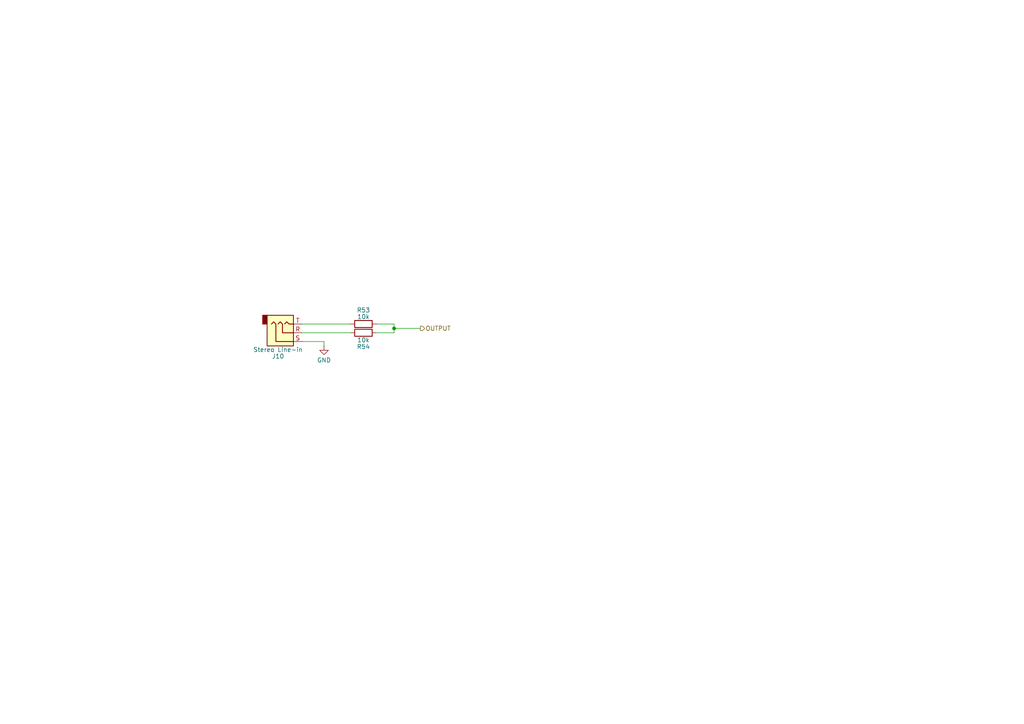
<source format=kicad_sch>
(kicad_sch (version 20250114) (generator "eeschema") (generator_version "9.0")
  (paper "A4")
  (lib_symbols
    (symbol "Connector_Audio:AudioJack3"
      (property "Reference" "J" (at 0 8.89 0))
      (property "Value" "AudioJack3" (at 0 6.35 0))
      (symbol "AudioJack3_0_1"
        (rectangle (start -5.08 -5.08) (end -6.35 -2.54) (stroke (width 0.254)) (fill (type outline)))
        (polyline (pts (xy -1.905 -2.54) (xy -1.27 -3.175) (xy -0.635 -2.54) (xy -0.635 0) (xy 2.54 0)) (stroke (width 0.254)))
        (polyline (pts (xy 0 -2.54) (xy 0.635 -3.175) (xy 1.27 -2.54) (xy 2.54 -2.54)) (stroke (width 0.254)))
        (rectangle (start 2.54 3.81) (end -5.08 -5.08) (stroke (width 0.254)) (fill (type background)))
        (polyline (pts (xy 2.54 2.54) (xy -2.54 2.54) (xy -2.54 -2.54) (xy -3.175 -3.175) (xy -3.81 -2.54)) (stroke (width 0.254)))
      )
      (symbol "AudioJack3_1_1"
        (pin passive line (at 5.08 2.54 180) (length 2.54) (name "~") (number "S"))
        (pin passive line (at 5.08 0 180) (length 2.54) (name "~") (number "R"))
        (pin passive line (at 5.08 -2.54 180) (length 2.54) (name "~") (number "T"))
      )
    )
    (symbol "Device:R" (pin_numbers (hide yes)) (pin_names (offset 0))
      (property "Reference" "R" (at 2.032 0 90))
      (property "Value" "R" (at 0 0 90))
      (symbol "R_0_1"
        (rectangle (start -1.016 -2.54) (end 1.016 2.54) (stroke (width 0.254)))
      )
      (symbol "R_1_1"
        (pin passive line (at 0 3.81 270) (length 1.27) (name "~") (number "1"))
        (pin passive line (at 0 -3.81 90) (length 1.27) (name "~") (number "2"))
      )
    )
    (symbol "power:GND" (power) (pin_numbers (hide yes)) (pin_names (offset 0) (hide yes))
      (property "Value" "GND" (at 0 -3.81 0))
      (symbol "GND_0_1"
        (polyline (pts (xy 0 0) (xy 0 -1.27) (xy 1.27 -1.27) (xy 0 -2.54) (xy -1.27 -1.27) (xy 0 -1.27)))
      )
      (symbol "GND_1_1"
        (pin power_in line (at 0 0 270) (length 0) (name "~") (number "1"))
      )
    )
  )
  (junction (at 114.3 95.25))
  (wire (pts (xy 87.63 96.52) (xy 101.6 96.52)))
  (wire (pts (xy 114.3 95.25) (xy 121.92 95.25)))
  (wire (pts (xy 109.22 96.52) (xy 114.3 96.52)))
  (wire (pts (xy 114.3 95.25) (xy 114.3 93.98)))
  (wire (pts (xy 87.63 99.06) (xy 93.98 99.06)))
  (wire (pts (xy 109.22 93.98) (xy 114.3 93.98)))
  (wire (pts (xy 114.3 96.52) (xy 114.3 95.25)))
  (wire (pts (xy 93.98 99.06) (xy 93.98 100.33)))
  (wire (pts (xy 87.63 93.98) (xy 101.6 93.98)))
  (hierarchical_label "OUTPUT" (shape output) (at 121.92 95.25 0))
  (symbol (lib_id "power:GND") (at 93.98 100.33 0) (unit 1)
    (property "Reference" "#PWR0114" (effects (hide yes)))
    (property "Value" "GND" (at 93.98 104.4655 0))
  )
  (symbol (lib_id "Device:R") (at 105.41 93.98 90) (unit 1)
    (property "Reference" "R53" (at 105.41 89.9541 90))
    (property "Value" "10k" (at 105.41 91.8751 90))
    (property "Footprint" "Resistor_SMD:R_0805_2012Metric" (effects (hide yes)))
    (property "LCSC" "C25804" (effects (hide yes)))
    (property "Part" "R 10kΩ 125mW 1% 0603" (effects (hide yes)))
    (property "MPN" "560112116023 " (effects (hide yes)))
    (property "Shop" "https://store.comet.bg/Catalogue/Product/4415/" (effects (hide yes)))
  )
  (symbol (lib_id "Connector_Audio:AudioJack3") (at 82.55 96.52 0) (mirror x) (unit 1)
    (property "Reference" "J10" (at 80.645 103.3399 0))
    (property "Value" "Stereo Line-in" (at 80.645 101.4189 0))
    (property "Footprint" "Connector_Audio:Jack_3.5mm_CUI_SJ1-3533NG_Horizontal_CircularHoles" (effects (hide yes)))
    (property "Datasheet" "https://nl.mouser.com/datasheet/2/670/sj1_353xng-1778850.pdf" (effects (hide yes)))
    (property "MPN" "490-SJ1-3533NG" (effects (hide yes)))
    (property "Part" " SJ1-3533NG " (effects (hide yes)))
    (property "Shop" "https://eu.mouser.com/ProductDetail/490-SJ1-3533NG" (effects (hide yes)))
  )
  (symbol (lib_id "Device:R") (at 105.41 96.52 90) (mirror x) (unit 1)
    (property "Reference" "R54" (at 105.41 100.5459 90))
    (property "Value" "10k" (at 105.41 98.6249 90))
    (property "Footprint" "Resistor_SMD:R_0805_2012Metric" (effects (hide yes)))
    (property "LCSC" "C25804" (effects (hide yes)))
    (property "Part" "R 10kΩ 125mW 1% 0603" (effects (hide yes)))
    (property "MPN" "560112116023 " (effects (hide yes)))
    (property "Shop" "https://store.comet.bg/Catalogue/Product/4415/" (effects (hide yes)))
  )
)
</source>
